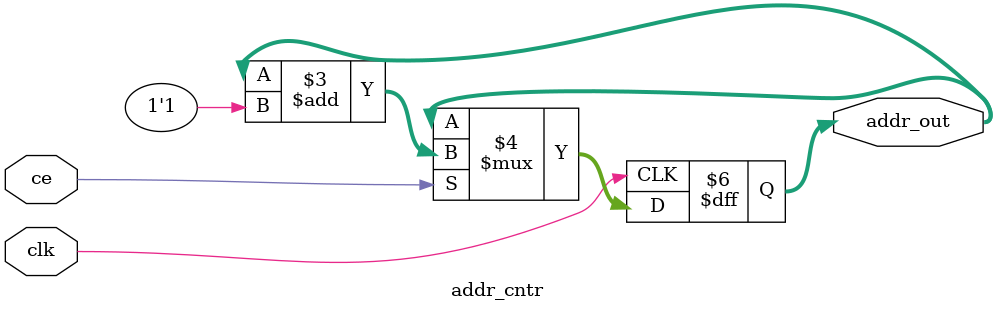
<source format=v>
`timescale 1ns / 1ps

module addr_cntr(
input clk, ce,
output reg [2:0] addr_out);

always @(posedge clk)
begin
if (ce == 1)
addr_out <= addr_out + 1'b1;
end

endmodule


/*
always @(posedge clk)
begin
if (addr_out > 3'b111 )
addr_out <= 3'b000;
else
addr_out <= addr_out + 1'b1;
end
endmodule
*/
</source>
